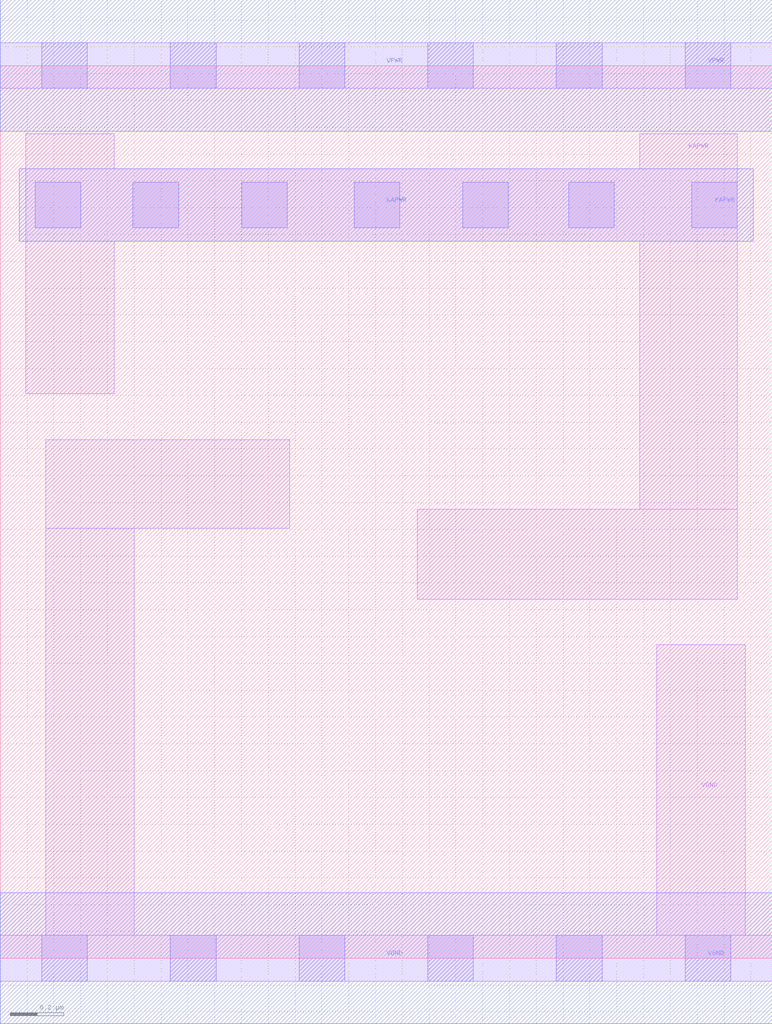
<source format=lef>
# Copyright 2020 The SkyWater PDK Authors
#
# Licensed under the Apache License, Version 2.0 (the "License");
# you may not use this file except in compliance with the License.
# You may obtain a copy of the License at
#
#     https://www.apache.org/licenses/LICENSE-2.0
#
# Unless required by applicable law or agreed to in writing, software
# distributed under the License is distributed on an "AS IS" BASIS,
# WITHOUT WARRANTIES OR CONDITIONS OF ANY KIND, either express or implied.
# See the License for the specific language governing permissions and
# limitations under the License.
#
# SPDX-License-Identifier: Apache-2.0

VERSION 5.7 ;
  NAMESCASESENSITIVE ON ;
  NOWIREEXTENSIONATPIN ON ;
  DIVIDERCHAR "/" ;
  BUSBITCHARS "[]" ;
UNITS
  DATABASE MICRONS 200 ;
END UNITS
MACRO sky130_fd_sc_lp__decapkapwr_6
  CLASS CORE SPACER ;
  SOURCE USER ;
  FOREIGN sky130_fd_sc_lp__decapkapwr_6 ;
  ORIGIN  0.000000  0.000000 ;
  SIZE  2.880000 BY  3.330000 ;
  SYMMETRY X Y R90 ;
  SITE unit ;
  PIN KAPWR
    DIRECTION INOUT ;
    USE POWER ;
    PORT
      LAYER li1 ;
        RECT 0.095000 2.105000 0.425000 2.675000 ;
        RECT 0.095000 2.675000 2.750000 2.945000 ;
        RECT 0.095000 2.945000 0.425000 3.075000 ;
        RECT 1.555000 1.340000 2.750000 1.675000 ;
        RECT 2.385000 1.675000 2.750000 2.675000 ;
        RECT 2.385000 2.945000 2.750000 3.075000 ;
      LAYER mcon ;
        RECT 0.130000 2.725000 0.300000 2.895000 ;
        RECT 0.495000 2.725000 0.665000 2.895000 ;
        RECT 0.900000 2.725000 1.070000 2.895000 ;
        RECT 1.320000 2.725000 1.490000 2.895000 ;
        RECT 1.725000 2.725000 1.895000 2.895000 ;
        RECT 2.120000 2.725000 2.290000 2.895000 ;
        RECT 2.580000 2.725000 2.750000 2.895000 ;
      LAYER met1 ;
        RECT 0.070000 2.675000 2.810000 2.945000 ;
    END
  END KAPWR
  PIN VGND
    DIRECTION INOUT ;
    USE GROUND ;
    PORT
      LAYER li1 ;
        RECT 0.000000 -0.085000 2.880000 0.085000 ;
        RECT 0.170000  0.085000 0.500000 1.605000 ;
        RECT 0.170000  1.605000 1.080000 1.935000 ;
        RECT 2.450000  0.085000 2.780000 1.170000 ;
      LAYER mcon ;
        RECT 0.155000 -0.085000 0.325000 0.085000 ;
        RECT 0.635000 -0.085000 0.805000 0.085000 ;
        RECT 1.115000 -0.085000 1.285000 0.085000 ;
        RECT 1.595000 -0.085000 1.765000 0.085000 ;
        RECT 2.075000 -0.085000 2.245000 0.085000 ;
        RECT 2.555000 -0.085000 2.725000 0.085000 ;
      LAYER met1 ;
        RECT 0.000000 -0.245000 2.880000 0.245000 ;
    END
  END VGND
  PIN VPWR
    DIRECTION INOUT ;
    USE POWER ;
    PORT
      LAYER li1 ;
        RECT 0.000000 3.245000 2.880000 3.415000 ;
      LAYER mcon ;
        RECT 0.155000 3.245000 0.325000 3.415000 ;
        RECT 0.635000 3.245000 0.805000 3.415000 ;
        RECT 1.115000 3.245000 1.285000 3.415000 ;
        RECT 1.595000 3.245000 1.765000 3.415000 ;
        RECT 2.075000 3.245000 2.245000 3.415000 ;
        RECT 2.555000 3.245000 2.725000 3.415000 ;
      LAYER met1 ;
        RECT 0.000000 3.085000 2.880000 3.575000 ;
    END
  END VPWR
END sky130_fd_sc_lp__decapkapwr_6

</source>
